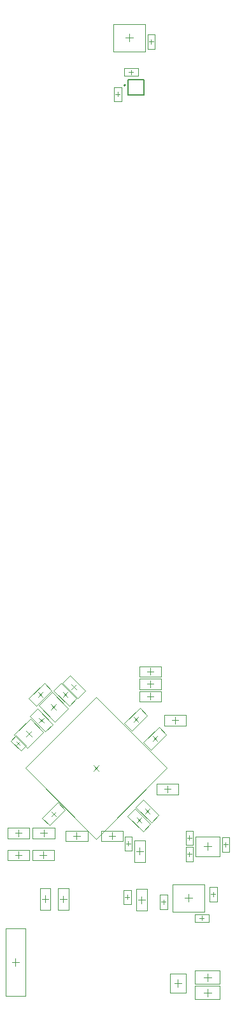
<source format=gbr>
%TF.GenerationSoftware,Altium Limited,Altium Designer,19.1.5 (86)*%
G04 Layer_Color=32896*
%FSLAX26Y26*%
%MOIN*%
%TF.FileFunction,Other,Top_Courtyard*%
%TF.Part,Single*%
G01*
G75*
%TA.AperFunction,NonConductor*%
%ADD47C,0.003937*%
%ADD50C,0.007874*%
%ADD51C,0.005000*%
%ADD79C,0.001968*%
D47*
X3747472Y3172528D02*
X3772528Y3147472D01*
X3747472D02*
X3772528Y3172528D01*
X3702472Y3132528D02*
X3727528Y3107472D01*
X3702472D02*
X3727528Y3132528D01*
X3577472Y2997528D02*
X3602528Y2972472D01*
X3577472D02*
X3602528Y2997528D01*
X3511081Y2900879D02*
X3538919Y2928718D01*
X3511081D02*
X3538919Y2900879D01*
X3461648Y2873352D02*
X3478352Y2856648D01*
X3461648D02*
X3478352Y2873352D01*
X3572472Y3107472D02*
X3597528Y3132528D01*
X3572472D02*
X3597528Y3107472D01*
X3639322Y3040256D02*
X3667161Y3068095D01*
X3639322D02*
X3667161Y3040256D01*
X4105000Y2282284D02*
Y2317716D01*
X4087283Y2300000D02*
X4122717D01*
X3862674Y2748279D02*
X3890513Y2720440D01*
X3862674D02*
X3890513Y2748279D01*
X4272283Y2985000D02*
X4307717D01*
X4290000Y2967284D02*
Y3002717D01*
X4165000Y6523189D02*
Y6546811D01*
X4153189Y6535000D02*
X4176811D01*
X4440315Y2325000D02*
X4479685D01*
X4460000Y2305315D02*
Y2344685D01*
X4340315Y2055000D02*
X4379685D01*
X4360000Y2035315D02*
Y2074685D01*
X4050000Y6535315D02*
Y6574685D01*
X4030315Y6555000D02*
X4069685D01*
X3435315Y1719331D02*
X3474685D01*
X3455000Y1699646D02*
Y1739016D01*
X4160512Y3092284D02*
Y3127717D01*
X4142795Y3110000D02*
X4178228D01*
X4097283Y2045000D02*
X4132717D01*
X4115000Y2027284D02*
Y2062716D01*
X4250000Y2607283D02*
Y2642716D01*
X4232283Y2625000D02*
X4267717D01*
X3775000Y2362284D02*
Y2397717D01*
X3757284Y2380000D02*
X3792716D01*
X3960000Y2362283D02*
Y2397716D01*
X3942284Y2380000D02*
X3977716D01*
X3687284Y2049488D02*
X3722717D01*
X3705000Y2031772D02*
Y2067205D01*
X3592284Y2050000D02*
X3627717D01*
X3610000Y2032284D02*
Y2067716D01*
X4160512Y3222283D02*
Y3257716D01*
X4142795Y3240000D02*
X4178228D01*
X4160512Y3157283D02*
Y3192716D01*
X4142795Y3175000D02*
X4178228D01*
X4089048Y2450897D02*
X4114103Y2475952D01*
X4089048D02*
X4114103Y2450897D01*
X3470512Y2377283D02*
Y2412716D01*
X3452795Y2395000D02*
X3488228D01*
X3470000Y2262283D02*
Y2297716D01*
X3452284Y2280000D02*
X3487716D01*
X4285315Y1610000D02*
X4324685D01*
X4305000Y1590315D02*
Y1629685D01*
X3601968Y2377283D02*
Y2412716D01*
X3584252Y2395000D02*
X3619685D01*
X3599488Y2262283D02*
Y2297716D01*
X3581772Y2280000D02*
X3617205D01*
X4353189Y2370000D02*
X4376811D01*
X4365000Y2358189D02*
Y2381811D01*
X4353189Y2285000D02*
X4376811D01*
X4365000Y2273189D02*
Y2296811D01*
X4430000Y1938189D02*
Y1961811D01*
X4418189Y1950000D02*
X4441811D01*
X4543189Y2335000D02*
X4566811D01*
X4555000Y2323189D02*
Y2346811D01*
X4478189Y2075000D02*
X4501811D01*
X4490000Y2063189D02*
Y2086811D01*
X4218189Y2035000D02*
X4241811D01*
X4230000Y2023189D02*
Y2046811D01*
X4440315Y1560000D02*
X4479685D01*
X4460000Y1540315D02*
Y1579685D01*
X4440315Y1640000D02*
X4479685D01*
X4460000Y1620315D02*
Y1659685D01*
X4028189Y2060000D02*
X4051811D01*
X4040000Y2048189D02*
Y2071811D01*
X4060000Y6363189D02*
Y6386811D01*
X4048189Y6375000D02*
X4071811D01*
X3978189Y6260000D02*
X4001811D01*
X3990000Y6248189D02*
Y6271811D01*
X4033189Y2340000D02*
X4056811D01*
X4045000Y2328189D02*
Y2351811D01*
X4172472Y2902528D02*
X4197528Y2877472D01*
X4172472D02*
X4197528Y2902528D01*
X4072472Y3002528D02*
X4097528Y2977472D01*
X4072472D02*
X4097528Y3002528D01*
X4132472Y2497472D02*
X4157528Y2522528D01*
X4132472D02*
X4157528Y2497472D01*
X3642472Y2507528D02*
X3667528Y2482472D01*
X3642472D02*
X3667528Y2507528D01*
D50*
X4030000Y6306968D02*
G03*
X4030000Y6306968I-3937J0D01*
G01*
D02*
G03*
X4030000Y6306968I-3937J0D01*
G01*
D51*
X4044567Y6254606D02*
X4125669D01*
X4044567D02*
Y6335709D01*
X4125669D01*
Y6254606D02*
Y6335709D01*
X4044567Y6254606D02*
X4125669D01*
X4044567D02*
Y6335709D01*
X4125669D01*
Y6254606D02*
Y6335709D01*
D79*
X3700146Y3180879D02*
X3739121Y3219854D01*
X3780879Y3100146D02*
X3819854Y3139121D01*
X3739121Y3219854D02*
X3819854Y3139121D01*
X3700146Y3180879D02*
X3780879Y3100146D01*
X3655146Y3140879D02*
X3694121Y3179854D01*
X3735879Y3060146D02*
X3774854Y3099121D01*
X3694121Y3179854D02*
X3774854Y3099121D01*
X3655146Y3140879D02*
X3735879Y3060146D01*
X3530146Y3005879D02*
X3569121Y3044854D01*
X3610879Y2925146D02*
X3649854Y2964121D01*
X3569121Y3044854D02*
X3649854Y2964121D01*
X3530146Y3005879D02*
X3610879Y2925146D01*
X3448443Y2907839D02*
X3518040Y2838242D01*
X3531960Y2991356D02*
X3601557Y2921758D01*
X3448443Y2907839D02*
X3531960Y2991356D01*
X3518040Y2838242D02*
X3601557Y2921758D01*
X3482528Y2824634D02*
X3510366Y2852473D01*
X3429634Y2877528D02*
X3457472Y2905366D01*
X3429634Y2877528D02*
X3482528Y2824634D01*
X3457472Y2905366D02*
X3510366Y2852473D01*
X3525146Y3099121D02*
X3564121Y3060146D01*
X3605879Y3179854D02*
X3644854Y3140879D01*
X3525146Y3099121D02*
X3605879Y3179854D01*
X3564121Y3060146D02*
X3644854Y3140879D01*
X3575293Y3061136D02*
X3660201Y2976227D01*
X3646282Y3132125D02*
X3731191Y3047216D01*
X3660201Y2976227D02*
X3731191Y3047216D01*
X3575293Y3061136D02*
X3646282Y3132125D01*
X4077441Y2357087D02*
X4132559D01*
X4077441Y2242913D02*
X4132559D01*
Y2357087D01*
X4077441Y2242913D02*
Y2357087D01*
X3876593Y2364102D02*
X4246850Y2734359D01*
X3506337D02*
X3876593Y3104616D01*
X3506337Y2734359D02*
X3876593Y2364102D01*
Y3104616D02*
X4246850Y2734359D01*
X4347087Y2957441D02*
Y3012559D01*
X4232913Y2957441D02*
Y3012559D01*
Y2957441D02*
X4347087D01*
X4232913Y3012559D02*
X4347087D01*
X4145315Y6497599D02*
X4184685D01*
X4145315Y6572402D02*
X4184685D01*
X4145315Y6497599D02*
Y6572402D01*
X4184685Y6497599D02*
Y6572402D01*
X4396811Y2273819D02*
Y2376181D01*
X4523189Y2273819D02*
Y2376181D01*
X4396811D02*
X4523189D01*
X4396811Y2273819D02*
X4523189D01*
X4277323Y1984134D02*
Y2125866D01*
X4442677Y1984134D02*
Y2125866D01*
X4277323D02*
X4442677D01*
X4277323Y1984134D02*
X4442677D01*
X3967126Y6484134D02*
X4132874D01*
X3967126Y6625866D02*
X4132874D01*
Y6484134D02*
Y6625866D01*
X3967126Y6484134D02*
Y6625866D01*
X3403819Y1544134D02*
Y1894527D01*
X3506181Y1544134D02*
Y1894527D01*
X3403819Y1544134D02*
X3506181D01*
X3403819Y1894527D02*
X3506181D01*
X4103425Y3137559D02*
X4217598D01*
X4103425Y3082441D02*
X4217598D01*
X4103425D02*
Y3137559D01*
X4217598Y3082441D02*
Y3137559D01*
X4087441Y1987913D02*
Y2102087D01*
X4142559Y1987913D02*
Y2102087D01*
X4087441Y1987913D02*
X4142559D01*
X4087441Y2102087D02*
X4142559D01*
X4192913Y2597441D02*
X4307087D01*
X4192913Y2652559D02*
X4307087D01*
Y2597441D02*
Y2652559D01*
X4192913Y2597441D02*
Y2652559D01*
X3717913Y2407559D02*
X3832087D01*
X3717913Y2352441D02*
X3832087D01*
X3717913D02*
Y2407559D01*
X3832087Y2352441D02*
Y2407559D01*
X3902913Y2352441D02*
X4017087D01*
X3902913Y2407559D02*
X4017087D01*
Y2352441D02*
Y2407559D01*
X3902913Y2352441D02*
Y2407559D01*
X3732559Y1992402D02*
Y2106575D01*
X3677441Y1992402D02*
Y2106575D01*
X3732559D01*
X3677441Y1992402D02*
X3732559D01*
X3637559Y1992913D02*
Y2107087D01*
X3582441Y1992913D02*
Y2107087D01*
X3637559D01*
X3582441Y1992913D02*
X3637559D01*
X4103425Y3212441D02*
X4217598D01*
X4103425Y3267559D02*
X4217598D01*
Y3212441D02*
Y3267559D01*
X4103425Y3212441D02*
Y3267559D01*
Y3147441D02*
X4217598D01*
X4103425Y3202559D02*
X4217598D01*
Y3147441D02*
Y3202559D01*
X4103425Y3147441D02*
Y3202559D01*
X4041722Y2484304D02*
X4122454Y2403571D01*
X4080696Y2523278D02*
X4161429Y2442546D01*
X4122454Y2403571D02*
X4161429Y2442546D01*
X4041722Y2484304D02*
X4080696Y2523278D01*
X3413425Y2367441D02*
X3527598D01*
X3413425Y2422559D02*
X3527598D01*
Y2367441D02*
Y2422559D01*
X3413425Y2367441D02*
Y2422559D01*
X3412913Y2252441D02*
X3527087D01*
X3412913Y2307559D02*
X3527087D01*
Y2252441D02*
Y2307559D01*
X3412913Y2252441D02*
Y2307559D01*
X4345945Y1559213D02*
Y1660787D01*
X4264055Y1559213D02*
Y1660787D01*
X4345945D01*
X4264055Y1559213D02*
X4345945D01*
X3544882Y2367441D02*
X3659055D01*
X3544882Y2422559D02*
X3659055D01*
Y2367441D02*
Y2422559D01*
X3544882Y2367441D02*
Y2422559D01*
X3542402Y2252441D02*
X3656575D01*
X3542402Y2307559D02*
X3656575D01*
Y2252441D02*
Y2307559D01*
X3542402Y2252441D02*
Y2307559D01*
X4345315Y2332598D02*
Y2407401D01*
X4384685Y2332598D02*
Y2407401D01*
X4345315Y2332598D02*
X4384685D01*
X4345315Y2407401D02*
X4384685D01*
X4384685Y2247599D02*
Y2322402D01*
X4345315Y2247599D02*
Y2322402D01*
X4384685D01*
X4345315Y2247599D02*
X4384685D01*
X4392598Y1969685D02*
X4467401D01*
X4392598Y1930315D02*
X4467401D01*
X4392598D02*
Y1969685D01*
X4467401Y1930315D02*
Y1969685D01*
X4574685Y2297599D02*
Y2372402D01*
X4535315Y2297599D02*
Y2372402D01*
X4574685D01*
X4535315Y2297599D02*
X4574685D01*
X4509685Y2037599D02*
Y2112402D01*
X4470315Y2037599D02*
Y2112402D01*
X4509685D01*
X4470315Y2037599D02*
X4509685D01*
X4210315Y1997598D02*
Y2072401D01*
X4249685Y1997598D02*
Y2072401D01*
X4210315Y1997598D02*
X4249685D01*
X4210315Y2072401D02*
X4249685D01*
X4524961Y1524567D02*
Y1595433D01*
X4395039Y1524567D02*
Y1595433D01*
Y1524567D02*
X4524961D01*
X4395039Y1595433D02*
X4524961D01*
Y1604567D02*
Y1675433D01*
X4395039Y1604567D02*
Y1675433D01*
Y1604567D02*
X4524961D01*
X4395039Y1675433D02*
X4524961D01*
X4059685Y2022599D02*
Y2097402D01*
X4020315Y2022599D02*
Y2097402D01*
X4059685D01*
X4020315Y2022599D02*
X4059685D01*
X4022598Y6394685D02*
X4097401D01*
X4022598Y6355315D02*
X4097401D01*
X4022598D02*
Y6394685D01*
X4097401Y6355315D02*
Y6394685D01*
X4009685Y6222599D02*
Y6297402D01*
X3970315Y6222599D02*
Y6297402D01*
X4009685D01*
X3970315Y6222599D02*
X4009685D01*
X4064685Y2302599D02*
Y2377402D01*
X4025315Y2302599D02*
Y2377402D01*
X4064685D01*
X4025315Y2302599D02*
X4064685D01*
X4125146Y2869121D02*
X4205879Y2949854D01*
X4164121Y2830146D02*
X4244854Y2910879D01*
X4125146Y2869121D02*
X4164121Y2830146D01*
X4205879Y2949854D02*
X4244854Y2910879D01*
X4025146Y2969121D02*
X4105879Y3049854D01*
X4064121Y2930146D02*
X4144854Y3010879D01*
X4025146Y2969121D02*
X4064121Y2930146D01*
X4105879Y3049854D02*
X4144854Y3010879D01*
X4124121Y2569854D02*
X4204854Y2489121D01*
X4085146Y2530879D02*
X4165879Y2450146D01*
X4085146Y2530879D02*
X4124121Y2569854D01*
X4165879Y2450146D02*
X4204854Y2489121D01*
X3634121Y2435146D02*
X3714854Y2515879D01*
X3595146Y2474121D02*
X3675879Y2554854D01*
X3714854Y2515879D01*
X3595146Y2474121D02*
X3634121Y2435146D01*
%TF.MD5,ed1fb0eeea7ef9b3366ecd9140dcde42*%
M02*

</source>
